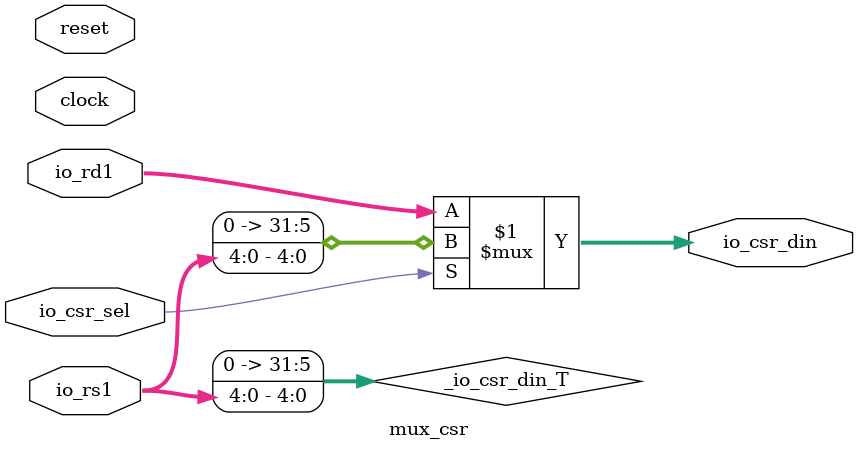
<source format=v>
module mux_csr(
  input         clock,
  input         reset,
  input  [4:0]  io_rs1,
  input  [31:0] io_rd1,
  input         io_csr_sel,
  output [31:0] io_csr_din
);
  wire [31:0] _io_csr_din_T = {27'h0,io_rs1}; // @[Cat.scala 33:92]
  assign io_csr_din = io_csr_sel ? _io_csr_din_T : io_rd1; // @[mux_csr.scala 21:20]
endmodule

</source>
